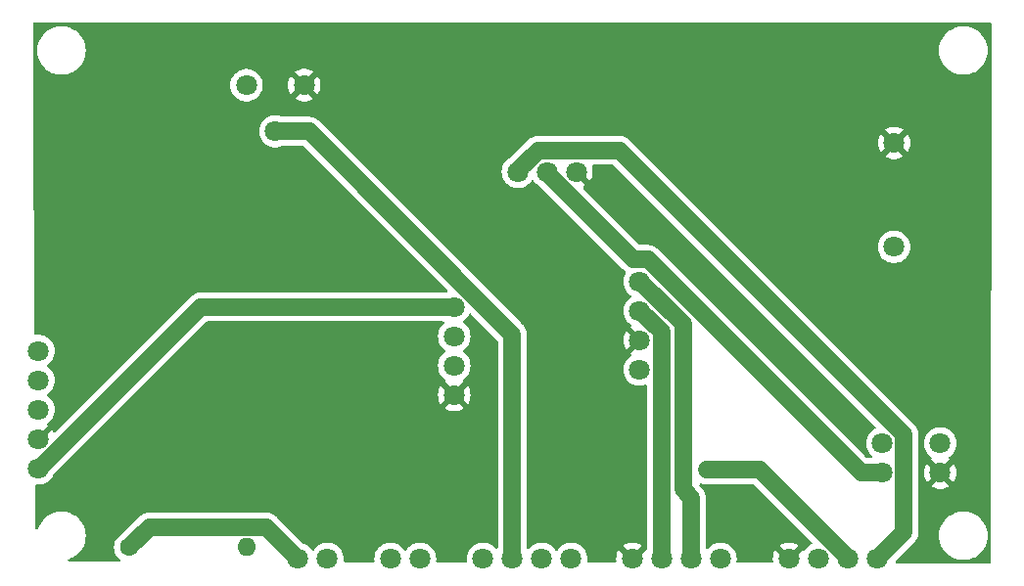
<source format=gbr>
%TF.GenerationSoftware,KiCad,Pcbnew,7.0.11+dfsg-1build4*%
%TF.CreationDate,2024-10-08T05:26:51+02:00*%
%TF.ProjectId,BertheVarioTac-Shema,42657274-6865-4566-9172-696f5461632d,rev?*%
%TF.SameCoordinates,Original*%
%TF.FileFunction,Copper,L2,Bot*%
%TF.FilePolarity,Positive*%
%FSLAX46Y46*%
G04 Gerber Fmt 4.6, Leading zero omitted, Abs format (unit mm)*
G04 Created by KiCad (PCBNEW 7.0.11+dfsg-1build4) date 2024-10-08 05:26:51*
%MOMM*%
%LPD*%
G01*
G04 APERTURE LIST*
%TA.AperFunction,ComponentPad*%
%ADD10C,1.800000*%
%TD*%
%TA.AperFunction,ComponentPad*%
%ADD11C,1.600000*%
%TD*%
%TA.AperFunction,ComponentPad*%
%ADD12O,1.600000X1.600000*%
%TD*%
%TA.AperFunction,ViaPad*%
%ADD13C,0.600000*%
%TD*%
%TA.AperFunction,Conductor*%
%ADD14C,1.500000*%
%TD*%
G04 APERTURE END LIST*
D10*
%TO.P,SW1,1*%
%TO.N,Net-(Lipo-1S-to-5V1-IN_3.7v)*%
X167000000Y-132540000D03*
%TO.P,SW1,2*%
%TO.N,Net-(BT1-+)*%
X167000000Y-130000000D03*
%TD*%
%TO.P,Usb-C-charger1,1,B-*%
%TO.N,GNDREF*%
X168000000Y-104000000D03*
%TO.P,Usb-C-charger1,2,+*%
%TO.N,Net-(BT1-+)*%
X168000000Y-113000000D03*
%TD*%
D11*
%TO.P,R1,1*%
%TO.N,Net-(R1-Pad1)*%
X101840000Y-139000000D03*
D12*
%TO.P,R1,2*%
%TO.N,Net-(P4-Pin_1)*%
X112000000Y-139000000D03*
%TD*%
D10*
%TO.P,CN1,1,Pin_1*%
%TO.N,Net-(BMP180_Press1-VIN)*%
X153000000Y-140000000D03*
%TO.P,CN1,2,Pin_2*%
%TO.N,Net-(BMP180_Press1-SDA)*%
X150460000Y-140000000D03*
%TO.P,CN1,3,Pin_3*%
%TO.N,Net-(BMP180_Press1-SCL)*%
X147920000Y-140000000D03*
%TO.P,CN1,4,Pin_4*%
%TO.N,GNDREF*%
X145380000Y-140000000D03*
%TD*%
%TO.P,S1,1,1*%
%TO.N,Net-(P4-Pin_2)*%
X119000000Y-140000000D03*
%TO.P,S1,2,2*%
%TO.N,Net-(R1-Pad1)*%
X116460000Y-140000000D03*
%TD*%
%TO.P,P4,1,Pin_1*%
%TO.N,Net-(P4-Pin_1)*%
X127000000Y-140000000D03*
%TO.P,P4,2,Pin_2*%
%TO.N,Net-(P4-Pin_2)*%
X124460000Y-140000000D03*
%TD*%
%TO.P,GPS-NEO6M1,1,GND*%
%TO.N,GNDREF*%
X129964000Y-125810000D03*
%TO.P,GPS-NEO6M1,2,TX*%
%TO.N,Net-(GPS-NEO6M1-TX)*%
X129964000Y-123270000D03*
%TO.P,GPS-NEO6M1,3,RX*%
%TO.N,unconnected-(GPS-NEO6M1-RX-Pad3)*%
X129964000Y-120730000D03*
%TO.P,GPS-NEO6M1,4,VCC*%
%TO.N,Net-(BMP180_Press1-VIN)*%
X129964000Y-118190000D03*
%TD*%
%TO.P,Lipo-1S-to-5V1,1,OUT_5V*%
%TO.N,Net-(Lipo-1S-to-5V1-OUT_5V)*%
X135460000Y-106500000D03*
%TO.P,Lipo-1S-to-5V1,2,IN_3.7v*%
%TO.N,Net-(Lipo-1S-to-5V1-IN_3.7v)*%
X138000000Y-106500000D03*
%TO.P,Lipo-1S-to-5V1,3,GND*%
%TO.N,GNDREF*%
X140540000Y-106500000D03*
%TD*%
%TO.P,BT1,1,+*%
%TO.N,Net-(BT1-+)*%
X172000000Y-130000000D03*
%TO.P,BT1,2,-*%
%TO.N,GNDREF*%
X172000000Y-132540000D03*
%TD*%
%TO.P,QMC5883_Mag1,1,VCC*%
%TO.N,Net-(BMP180_Press1-VIN)*%
X94000000Y-132160000D03*
%TO.P,QMC5883_Mag1,2,GND*%
%TO.N,GNDREF*%
X94000000Y-129620000D03*
%TO.P,QMC5883_Mag1,3,SCL*%
%TO.N,Net-(BMP180_Press1-SCL)*%
X94000000Y-127080000D03*
%TO.P,QMC5883_Mag1,4,SDA*%
%TO.N,Net-(BMP180_Press1-SDA)*%
X94000000Y-124540000D03*
%TO.P,QMC5883_Mag1,5*%
%TO.N,N/C*%
X94000000Y-122000000D03*
%TD*%
%TO.P,P1,1,Pin_1*%
%TO.N,Net-(Lipo-1S-to-5V1-OUT_5V)*%
X166540000Y-140000000D03*
%TO.P,P1,2,Pin_2*%
%TO.N,Net-(GPS-NEO6M1-TX)*%
X164000000Y-140000000D03*
%TO.P,P1,3,Pin_3*%
%TO.N,unconnected-(P1-Pin_3-Pad3)*%
X161460000Y-140000000D03*
%TO.P,P1,4,Pin_4*%
%TO.N,GNDREF*%
X158920000Y-140000000D03*
%TD*%
%TO.P,P5,1,1*%
%TO.N,Net-(Lipo-1S-to-5V1-IN_3.7v)*%
X112000000Y-99000000D03*
%TO.P,P5,2,2*%
%TO.N,Net-(P3-Pin_3)*%
X114500000Y-103000000D03*
%TO.P,P5,3,3*%
%TO.N,GNDREF*%
X117000000Y-99000000D03*
%TD*%
%TO.P,BMP180_Press1,1,SDA*%
%TO.N,Net-(BMP180_Press1-SDA)*%
X146000000Y-116000000D03*
%TO.P,BMP180_Press1,2,SCL*%
%TO.N,Net-(BMP180_Press1-SCL)*%
X146000000Y-118540000D03*
%TO.P,BMP180_Press1,3,GND*%
%TO.N,GNDREF*%
X146000000Y-121080000D03*
%TO.P,BMP180_Press1,4,VIN*%
%TO.N,Net-(BMP180_Press1-VIN)*%
X146000000Y-123620000D03*
%TD*%
%TO.P,P3,1,Pin_1*%
%TO.N,unconnected-(P3-Pin_1-Pad1)*%
X140080000Y-140000000D03*
%TO.P,P3,2,Pin_2*%
%TO.N,unconnected-(P3-Pin_2-Pad2)*%
X137540000Y-140000000D03*
%TO.P,P3,3,Pin_3*%
%TO.N,Net-(P3-Pin_3)*%
X135000000Y-140000000D03*
%TO.P,P3,4,Pin_4*%
%TO.N,unconnected-(P3-Pin_4-Pad4)*%
X132460000Y-140000000D03*
%TD*%
D13*
%TO.N,Net-(GPS-NEO6M1-TX)*%
X151800000Y-132305500D03*
%TD*%
D14*
%TO.N,Net-(Lipo-1S-to-5V1-IN_3.7v)*%
X138000000Y-106586900D02*
X138000000Y-106500000D01*
X145496600Y-114083500D02*
X138000000Y-106586900D01*
X146705500Y-114083500D02*
X145496600Y-114083500D01*
X165162000Y-132540000D02*
X146705500Y-114083500D01*
X167000000Y-132540000D02*
X165162000Y-132540000D01*
%TO.N,Net-(BMP180_Press1-SCL)*%
X147920000Y-120370500D02*
X147920000Y-140000000D01*
X146089500Y-118540000D02*
X147920000Y-120370500D01*
X146000000Y-118540000D02*
X146089500Y-118540000D01*
%TO.N,Net-(BMP180_Press1-SDA)*%
X150460000Y-134695500D02*
X150460000Y-140000000D01*
X149770400Y-134005900D02*
X150460000Y-134695500D01*
X149770400Y-119684700D02*
X149770400Y-134005900D01*
X146085700Y-116000000D02*
X149770400Y-119684700D01*
X146000000Y-116000000D02*
X146085700Y-116000000D01*
%TO.N,Net-(BMP180_Press1-VIN)*%
X108060500Y-118190000D02*
X129964000Y-118190000D01*
X94090500Y-132160000D02*
X108060500Y-118190000D01*
X94000000Y-132160000D02*
X94090500Y-132160000D01*
%TO.N,Net-(P3-Pin_3)*%
X135000000Y-120600900D02*
X135000000Y-140000000D01*
X117399100Y-103000000D02*
X135000000Y-120600900D01*
X114500000Y-103000000D02*
X117399100Y-103000000D01*
%TO.N,Net-(GPS-NEO6M1-TX)*%
X156417200Y-132305500D02*
X151800000Y-132305500D01*
X164000000Y-139888300D02*
X156417200Y-132305500D01*
X164000000Y-140000000D02*
X164000000Y-139888300D01*
%TO.N,Net-(Lipo-1S-to-5V1-OUT_5V)*%
X168852500Y-137687500D02*
X166540000Y-140000000D01*
X168852500Y-129231500D02*
X168852500Y-137687500D01*
X144251500Y-104630500D02*
X168852500Y-129231500D01*
X137233200Y-104630500D02*
X144251500Y-104630500D01*
X135460000Y-106403700D02*
X137233200Y-104630500D01*
X135460000Y-106500000D02*
X135460000Y-106403700D01*
%TO.N,Net-(R1-Pad1)*%
X113693200Y-137233200D02*
X116460000Y-140000000D01*
X103606800Y-137233200D02*
X113693200Y-137233200D01*
X101840000Y-139000000D02*
X103606800Y-137233200D01*
%TD*%
%TA.AperFunction,Conductor*%
%TO.N,GNDREF*%
G36*
X176298004Y-93577910D02*
G01*
X176365031Y-93597625D01*
X176410762Y-93650450D01*
X176421944Y-93701997D01*
X176389183Y-140264953D01*
X176369451Y-140331979D01*
X176316615Y-140377697D01*
X176264954Y-140388866D01*
X168233570Y-140374034D01*
X168166567Y-140354225D01*
X168120910Y-140301337D01*
X168111094Y-140232160D01*
X168140236Y-140168658D01*
X168146090Y-140162382D01*
X169682166Y-138626306D01*
X169692516Y-138617057D01*
X169720166Y-138595008D01*
X169763767Y-138545101D01*
X169769457Y-138539016D01*
X169769459Y-138539014D01*
X169776445Y-138532029D01*
X169802624Y-138500669D01*
X169804324Y-138498679D01*
X169868265Y-138425496D01*
X169870506Y-138421743D01*
X169881774Y-138405864D01*
X169884568Y-138402519D01*
X169932529Y-138317991D01*
X169933875Y-138315682D01*
X169951203Y-138286680D01*
X169983715Y-138232264D01*
X169985247Y-138228179D01*
X169993503Y-138210533D01*
X169995653Y-138206745D01*
X170027751Y-138115012D01*
X170028641Y-138112555D01*
X170062807Y-138021524D01*
X170063585Y-138017234D01*
X170068134Y-138000000D01*
X171894592Y-138000000D01*
X171914201Y-138286680D01*
X171914201Y-138286684D01*
X171914202Y-138286686D01*
X171926790Y-138347265D01*
X171972666Y-138568034D01*
X171972667Y-138568037D01*
X172068894Y-138838793D01*
X172068893Y-138838793D01*
X172201098Y-139093935D01*
X172366812Y-139328700D01*
X172441655Y-139408836D01*
X172562947Y-139538708D01*
X172785853Y-139720055D01*
X172981677Y-139839139D01*
X173031382Y-139869365D01*
X173218237Y-139950526D01*
X173294942Y-139983844D01*
X173571642Y-140061371D01*
X173821920Y-140095771D01*
X173856321Y-140100500D01*
X173856322Y-140100500D01*
X174143679Y-140100500D01*
X174175079Y-140096184D01*
X174428358Y-140061371D01*
X174705058Y-139983844D01*
X174818015Y-139934779D01*
X174968617Y-139869365D01*
X174968620Y-139869363D01*
X174968625Y-139869361D01*
X175214147Y-139720055D01*
X175437053Y-139538708D01*
X175633189Y-139328698D01*
X175798901Y-139093936D01*
X175931104Y-138838797D01*
X176027334Y-138568032D01*
X176085798Y-138286686D01*
X176105408Y-138000000D01*
X176085798Y-137713314D01*
X176027334Y-137431968D01*
X175931105Y-137161206D01*
X175931106Y-137161206D01*
X175798901Y-136906064D01*
X175633187Y-136671299D01*
X175554554Y-136587105D01*
X175437053Y-136461292D01*
X175220487Y-136285103D01*
X175214146Y-136279944D01*
X174968617Y-136130634D01*
X174705063Y-136016158D01*
X174705061Y-136016157D01*
X174705058Y-136016156D01*
X174568737Y-135977961D01*
X174428364Y-135938630D01*
X174428359Y-135938629D01*
X174428358Y-135938629D01*
X174286018Y-135919064D01*
X174143679Y-135899500D01*
X174143678Y-135899500D01*
X173856322Y-135899500D01*
X173856321Y-135899500D01*
X173571642Y-135938629D01*
X173571635Y-135938630D01*
X173377220Y-135993103D01*
X173294942Y-136016156D01*
X173294939Y-136016156D01*
X173294936Y-136016158D01*
X173294935Y-136016158D01*
X173031382Y-136130634D01*
X172785853Y-136279944D01*
X172562950Y-136461289D01*
X172366812Y-136671299D01*
X172201098Y-136906064D01*
X172068894Y-137161206D01*
X171972667Y-137431962D01*
X171972666Y-137431965D01*
X171914201Y-137713319D01*
X171894592Y-138000000D01*
X170068134Y-138000000D01*
X170068555Y-137998404D01*
X170069998Y-137994282D01*
X170069999Y-137994277D01*
X170085196Y-137898325D01*
X170085654Y-137895624D01*
X170103000Y-137800047D01*
X170103000Y-137795669D01*
X170104527Y-137776270D01*
X170105210Y-137771960D01*
X170103031Y-137674859D01*
X170103000Y-137672077D01*
X170103000Y-130000006D01*
X170594700Y-130000006D01*
X170613864Y-130231297D01*
X170613866Y-130231308D01*
X170670842Y-130456300D01*
X170764075Y-130668848D01*
X170891016Y-130863147D01*
X170891019Y-130863151D01*
X170891021Y-130863153D01*
X171048216Y-131033913D01*
X171226225Y-131172462D01*
X171267038Y-131229173D01*
X171270713Y-131298946D01*
X171236082Y-131359629D01*
X171226225Y-131368170D01*
X171201201Y-131387646D01*
X171201200Y-131387647D01*
X171955600Y-132142046D01*
X171874852Y-132154835D01*
X171761955Y-132212359D01*
X171672359Y-132301955D01*
X171614835Y-132414852D01*
X171602046Y-132495600D01*
X170848811Y-131742365D01*
X170764516Y-131871390D01*
X170671317Y-132083864D01*
X170614361Y-132308781D01*
X170595202Y-132539994D01*
X170595202Y-132540005D01*
X170614361Y-132771218D01*
X170671317Y-132996135D01*
X170764515Y-133208606D01*
X170848812Y-133337633D01*
X171602046Y-132584399D01*
X171614835Y-132665148D01*
X171672359Y-132778045D01*
X171761955Y-132867641D01*
X171874852Y-132925165D01*
X171955599Y-132937953D01*
X171201201Y-133692351D01*
X171231649Y-133716050D01*
X171435697Y-133826476D01*
X171435706Y-133826479D01*
X171655139Y-133901811D01*
X171883993Y-133940000D01*
X172116007Y-133940000D01*
X172344860Y-133901811D01*
X172564293Y-133826479D01*
X172564301Y-133826476D01*
X172768355Y-133716047D01*
X172798797Y-133692351D01*
X172798798Y-133692350D01*
X172044401Y-132937953D01*
X172125148Y-132925165D01*
X172238045Y-132867641D01*
X172327641Y-132778045D01*
X172385165Y-132665148D01*
X172397953Y-132584400D01*
X173151186Y-133337633D01*
X173235482Y-133208611D01*
X173328682Y-132996135D01*
X173385638Y-132771218D01*
X173404798Y-132540005D01*
X173404798Y-132539994D01*
X173385638Y-132308781D01*
X173328682Y-132083864D01*
X173235484Y-131871393D01*
X173151186Y-131742365D01*
X172397953Y-132495598D01*
X172385165Y-132414852D01*
X172327641Y-132301955D01*
X172238045Y-132212359D01*
X172125148Y-132154835D01*
X172044400Y-132142046D01*
X172798797Y-131387647D01*
X172798797Y-131387646D01*
X172773773Y-131368169D01*
X172732961Y-131311459D01*
X172729286Y-131241686D01*
X172763918Y-131181003D01*
X172773760Y-131172473D01*
X172951784Y-131033913D01*
X173108979Y-130863153D01*
X173235924Y-130668849D01*
X173329157Y-130456300D01*
X173386134Y-130231305D01*
X173403643Y-130020000D01*
X173405300Y-130000006D01*
X173405300Y-129999993D01*
X173386135Y-129768702D01*
X173386133Y-129768691D01*
X173329157Y-129543699D01*
X173235924Y-129331151D01*
X173108983Y-129136852D01*
X173108980Y-129136849D01*
X173108979Y-129136847D01*
X172951784Y-128966087D01*
X172951779Y-128966083D01*
X172951777Y-128966081D01*
X172768634Y-128823535D01*
X172768628Y-128823531D01*
X172564504Y-128713064D01*
X172564495Y-128713061D01*
X172344984Y-128637702D01*
X172120597Y-128600259D01*
X172116049Y-128599500D01*
X171883951Y-128599500D01*
X171879403Y-128600259D01*
X171655015Y-128637702D01*
X171435504Y-128713061D01*
X171435495Y-128713064D01*
X171231371Y-128823531D01*
X171231365Y-128823535D01*
X171048222Y-128966081D01*
X171048219Y-128966084D01*
X170891016Y-129136852D01*
X170764075Y-129331151D01*
X170670842Y-129543699D01*
X170613866Y-129768691D01*
X170613864Y-129768702D01*
X170594700Y-129999993D01*
X170594700Y-130000006D01*
X170103000Y-130000006D01*
X170103000Y-129308685D01*
X170103780Y-129294800D01*
X170104055Y-129292359D01*
X170107738Y-129259673D01*
X170106063Y-129234835D01*
X170103281Y-129193567D01*
X170103000Y-129185225D01*
X170103000Y-129175352D01*
X170103000Y-129175345D01*
X170099338Y-129134672D01*
X170099130Y-129132016D01*
X170094054Y-129056717D01*
X170092597Y-129035093D01*
X170091528Y-129030851D01*
X170088268Y-129011669D01*
X170087877Y-129007312D01*
X170062027Y-128913650D01*
X170061331Y-128911014D01*
X170037596Y-128816817D01*
X170035789Y-128812839D01*
X170029153Y-128794534D01*
X170027992Y-128790328D01*
X169985851Y-128702820D01*
X169984672Y-128700300D01*
X169973824Y-128676417D01*
X169944507Y-128611874D01*
X169942017Y-128608280D01*
X169932225Y-128591464D01*
X169930330Y-128587529D01*
X169930327Y-128587524D01*
X169873240Y-128508950D01*
X169871662Y-128506728D01*
X169816320Y-128426846D01*
X169813229Y-128423755D01*
X169800593Y-128408961D01*
X169798021Y-128405421D01*
X169798018Y-128405418D01*
X169727799Y-128338281D01*
X169725810Y-128336336D01*
X154389480Y-113000006D01*
X166594700Y-113000006D01*
X166613864Y-113231297D01*
X166613866Y-113231308D01*
X166670842Y-113456300D01*
X166764075Y-113668848D01*
X166891016Y-113863147D01*
X166891019Y-113863151D01*
X166891021Y-113863153D01*
X167048216Y-114033913D01*
X167048219Y-114033915D01*
X167048222Y-114033918D01*
X167231365Y-114176464D01*
X167231371Y-114176468D01*
X167231374Y-114176470D01*
X167435497Y-114286936D01*
X167549487Y-114326068D01*
X167655015Y-114362297D01*
X167655017Y-114362297D01*
X167655019Y-114362298D01*
X167883951Y-114400500D01*
X167883952Y-114400500D01*
X168116048Y-114400500D01*
X168116049Y-114400500D01*
X168344981Y-114362298D01*
X168564503Y-114286936D01*
X168768626Y-114176470D01*
X168951784Y-114033913D01*
X169108979Y-113863153D01*
X169235924Y-113668849D01*
X169329157Y-113456300D01*
X169386134Y-113231305D01*
X169392079Y-113159558D01*
X169405300Y-113000006D01*
X169405300Y-112999993D01*
X169386135Y-112768702D01*
X169386133Y-112768691D01*
X169329157Y-112543699D01*
X169235924Y-112331151D01*
X169108983Y-112136852D01*
X169108980Y-112136849D01*
X169108979Y-112136847D01*
X168951784Y-111966087D01*
X168951779Y-111966083D01*
X168951777Y-111966081D01*
X168768634Y-111823535D01*
X168768628Y-111823531D01*
X168564504Y-111713064D01*
X168564495Y-111713061D01*
X168344984Y-111637702D01*
X168173282Y-111609050D01*
X168116049Y-111599500D01*
X167883951Y-111599500D01*
X167838164Y-111607140D01*
X167655015Y-111637702D01*
X167435504Y-111713061D01*
X167435495Y-111713064D01*
X167231371Y-111823531D01*
X167231365Y-111823535D01*
X167048222Y-111966081D01*
X167048219Y-111966084D01*
X166891016Y-112136852D01*
X166764075Y-112331151D01*
X166670842Y-112543699D01*
X166613866Y-112768691D01*
X166613864Y-112768702D01*
X166594700Y-112999993D01*
X166594700Y-113000006D01*
X154389480Y-113000006D01*
X145389479Y-104000005D01*
X166595202Y-104000005D01*
X166614361Y-104231218D01*
X166671317Y-104456135D01*
X166764515Y-104668606D01*
X166848812Y-104797633D01*
X167602046Y-104044399D01*
X167614835Y-104125148D01*
X167672359Y-104238045D01*
X167761955Y-104327641D01*
X167874852Y-104385165D01*
X167955599Y-104397953D01*
X167201201Y-105152351D01*
X167231649Y-105176050D01*
X167435697Y-105286476D01*
X167435706Y-105286479D01*
X167655139Y-105361811D01*
X167883993Y-105400000D01*
X168116007Y-105400000D01*
X168344860Y-105361811D01*
X168564293Y-105286479D01*
X168564301Y-105286476D01*
X168768355Y-105176047D01*
X168798797Y-105152351D01*
X168798798Y-105152350D01*
X168044401Y-104397953D01*
X168125148Y-104385165D01*
X168238045Y-104327641D01*
X168327641Y-104238045D01*
X168385165Y-104125148D01*
X168397953Y-104044400D01*
X169151186Y-104797633D01*
X169235482Y-104668611D01*
X169328682Y-104456135D01*
X169385638Y-104231218D01*
X169404798Y-104000005D01*
X169404798Y-103999994D01*
X169385638Y-103768781D01*
X169328682Y-103543864D01*
X169235484Y-103331393D01*
X169151186Y-103202365D01*
X168397953Y-103955598D01*
X168385165Y-103874852D01*
X168327641Y-103761955D01*
X168238045Y-103672359D01*
X168125148Y-103614835D01*
X168044400Y-103602046D01*
X168798797Y-102847647D01*
X168798797Y-102847645D01*
X168768360Y-102823955D01*
X168768354Y-102823951D01*
X168564302Y-102713523D01*
X168564293Y-102713520D01*
X168344860Y-102638188D01*
X168116007Y-102600000D01*
X167883993Y-102600000D01*
X167655139Y-102638188D01*
X167435706Y-102713520D01*
X167435697Y-102713523D01*
X167231650Y-102823949D01*
X167201200Y-102847647D01*
X167955600Y-103602046D01*
X167874852Y-103614835D01*
X167761955Y-103672359D01*
X167672359Y-103761955D01*
X167614835Y-103874852D01*
X167602046Y-103955600D01*
X166848811Y-103202365D01*
X166764516Y-103331390D01*
X166671317Y-103543864D01*
X166614361Y-103768781D01*
X166595202Y-103999994D01*
X166595202Y-104000005D01*
X145389479Y-104000005D01*
X145190316Y-103800842D01*
X145181049Y-103790473D01*
X145159008Y-103762834D01*
X145158002Y-103761955D01*
X145109103Y-103719232D01*
X145103007Y-103713533D01*
X145096032Y-103706558D01*
X145096021Y-103706548D01*
X145064755Y-103680445D01*
X145062639Y-103678638D01*
X144989503Y-103614740D01*
X144989497Y-103614736D01*
X144989496Y-103614735D01*
X144985741Y-103612491D01*
X144969873Y-103601232D01*
X144966519Y-103598432D01*
X144966518Y-103598431D01*
X144966513Y-103598427D01*
X144882048Y-103550501D01*
X144879644Y-103549101D01*
X144796263Y-103499284D01*
X144792169Y-103497748D01*
X144774544Y-103489502D01*
X144770745Y-103487346D01*
X144679069Y-103455267D01*
X144676453Y-103454319D01*
X144585529Y-103420194D01*
X144585519Y-103420191D01*
X144581223Y-103419412D01*
X144562418Y-103414449D01*
X144558284Y-103413002D01*
X144558277Y-103413001D01*
X144462348Y-103397807D01*
X144459605Y-103397341D01*
X144364050Y-103380000D01*
X144364047Y-103380000D01*
X144359672Y-103380000D01*
X144340269Y-103378472D01*
X144335960Y-103377789D01*
X144238859Y-103379969D01*
X144236077Y-103380000D01*
X137310376Y-103380000D01*
X137296493Y-103379220D01*
X137286759Y-103378123D01*
X137261375Y-103375263D01*
X137261368Y-103375262D01*
X137198552Y-103379498D01*
X137195276Y-103379719D01*
X137186936Y-103380000D01*
X137177037Y-103380000D01*
X137136438Y-103383653D01*
X137133670Y-103383871D01*
X137036789Y-103390403D01*
X137032548Y-103391472D01*
X137013375Y-103394730D01*
X137009012Y-103395122D01*
X137009010Y-103395123D01*
X136915352Y-103420970D01*
X136912665Y-103421679D01*
X136818513Y-103445404D01*
X136818512Y-103445404D01*
X136814519Y-103447218D01*
X136796259Y-103453838D01*
X136792050Y-103455000D01*
X136792022Y-103455010D01*
X136704523Y-103497146D01*
X136702007Y-103498324D01*
X136613569Y-103538495D01*
X136613566Y-103538497D01*
X136609972Y-103540987D01*
X136593178Y-103550767D01*
X136589233Y-103552667D01*
X136589223Y-103552672D01*
X136510633Y-103609770D01*
X136508368Y-103611377D01*
X136428544Y-103666681D01*
X136425439Y-103669786D01*
X136410665Y-103682403D01*
X136407128Y-103684973D01*
X136407121Y-103684978D01*
X136340004Y-103755177D01*
X136338059Y-103757165D01*
X134879209Y-105216015D01*
X134850546Y-105237388D01*
X134691380Y-105323525D01*
X134691365Y-105323535D01*
X134508222Y-105466081D01*
X134508219Y-105466084D01*
X134351016Y-105636852D01*
X134224075Y-105831151D01*
X134130842Y-106043699D01*
X134073866Y-106268691D01*
X134073864Y-106268702D01*
X134054700Y-106499993D01*
X134054700Y-106500006D01*
X134073864Y-106731297D01*
X134073866Y-106731308D01*
X134130842Y-106956300D01*
X134224075Y-107168848D01*
X134351016Y-107363147D01*
X134351019Y-107363151D01*
X134351021Y-107363153D01*
X134508216Y-107533913D01*
X134508219Y-107533915D01*
X134508222Y-107533918D01*
X134691365Y-107676464D01*
X134691371Y-107676468D01*
X134691374Y-107676470D01*
X134895497Y-107786936D01*
X135009487Y-107826068D01*
X135115015Y-107862297D01*
X135115017Y-107862297D01*
X135115019Y-107862298D01*
X135343951Y-107900500D01*
X135343952Y-107900500D01*
X135576048Y-107900500D01*
X135576049Y-107900500D01*
X135804981Y-107862298D01*
X136024503Y-107786936D01*
X136228626Y-107676470D01*
X136411784Y-107533913D01*
X136568979Y-107363153D01*
X136626191Y-107275582D01*
X136679337Y-107230226D01*
X136748568Y-107220802D01*
X136811904Y-107250304D01*
X136833809Y-107275583D01*
X136891016Y-107363147D01*
X136891019Y-107363151D01*
X136891021Y-107363153D01*
X137048216Y-107533913D01*
X137048219Y-107533915D01*
X137048222Y-107533918D01*
X137231365Y-107676464D01*
X137231372Y-107676468D01*
X137231374Y-107676470D01*
X137411032Y-107773696D01*
X137439695Y-107795069D01*
X144557782Y-114913156D01*
X144567048Y-114923524D01*
X144589092Y-114951166D01*
X144638995Y-114994766D01*
X144645091Y-115000465D01*
X144652066Y-115007440D01*
X144652077Y-115007450D01*
X144683339Y-115033550D01*
X144685454Y-115035356D01*
X144758604Y-115099265D01*
X144760693Y-115100513D01*
X144761455Y-115101337D01*
X144763111Y-115102540D01*
X144762872Y-115102868D01*
X144808147Y-115151796D01*
X144820342Y-115220593D01*
X144800903Y-115274782D01*
X144764075Y-115331151D01*
X144670842Y-115543699D01*
X144613866Y-115768691D01*
X144613864Y-115768702D01*
X144594700Y-115999993D01*
X144594700Y-116000006D01*
X144613864Y-116231297D01*
X144613866Y-116231308D01*
X144670842Y-116456300D01*
X144764075Y-116668848D01*
X144891016Y-116863147D01*
X144891019Y-116863151D01*
X144891021Y-116863153D01*
X145048216Y-117033913D01*
X145048219Y-117033915D01*
X145048222Y-117033918D01*
X145225818Y-117172147D01*
X145266631Y-117228857D01*
X145270306Y-117298630D01*
X145235674Y-117359313D01*
X145225818Y-117367853D01*
X145048222Y-117506081D01*
X145048219Y-117506084D01*
X144891016Y-117676852D01*
X144764075Y-117871151D01*
X144670842Y-118083699D01*
X144613866Y-118308691D01*
X144613864Y-118308702D01*
X144594700Y-118539993D01*
X144594700Y-118540006D01*
X144613864Y-118771297D01*
X144613866Y-118771308D01*
X144670842Y-118996300D01*
X144764075Y-119208848D01*
X144891016Y-119403147D01*
X144891019Y-119403151D01*
X144891021Y-119403153D01*
X145048216Y-119573913D01*
X145205185Y-119696086D01*
X145226225Y-119712462D01*
X145267038Y-119769173D01*
X145270713Y-119838946D01*
X145236082Y-119899629D01*
X145226225Y-119908170D01*
X145201201Y-119927646D01*
X145201200Y-119927647D01*
X145955599Y-120682046D01*
X145874852Y-120694835D01*
X145761955Y-120752359D01*
X145672359Y-120841955D01*
X145614835Y-120954852D01*
X145602046Y-121035600D01*
X144848811Y-120282365D01*
X144764516Y-120411390D01*
X144671317Y-120623864D01*
X144614361Y-120848781D01*
X144595202Y-121079994D01*
X144595202Y-121080005D01*
X144614361Y-121311218D01*
X144671317Y-121536135D01*
X144764515Y-121748606D01*
X144848812Y-121877633D01*
X145602046Y-121124399D01*
X145614835Y-121205148D01*
X145672359Y-121318045D01*
X145761955Y-121407641D01*
X145874852Y-121465165D01*
X145955598Y-121477953D01*
X145201201Y-122232351D01*
X145226226Y-122251829D01*
X145267038Y-122308539D01*
X145270713Y-122378312D01*
X145236081Y-122438995D01*
X145226226Y-122447535D01*
X145048218Y-122586085D01*
X144891016Y-122756852D01*
X144764075Y-122951151D01*
X144670842Y-123163699D01*
X144613866Y-123388691D01*
X144613864Y-123388702D01*
X144594700Y-123619993D01*
X144594700Y-123620006D01*
X144613864Y-123851297D01*
X144613866Y-123851308D01*
X144670842Y-124076300D01*
X144764075Y-124288848D01*
X144891016Y-124483147D01*
X144891019Y-124483151D01*
X144891021Y-124483153D01*
X145048216Y-124653913D01*
X145048219Y-124653915D01*
X145048222Y-124653918D01*
X145231365Y-124796464D01*
X145231371Y-124796468D01*
X145231374Y-124796470D01*
X145435497Y-124906936D01*
X145494763Y-124927282D01*
X145655015Y-124982297D01*
X145655017Y-124982297D01*
X145655019Y-124982298D01*
X145883951Y-125020500D01*
X145883952Y-125020500D01*
X146116048Y-125020500D01*
X146116049Y-125020500D01*
X146344981Y-124982298D01*
X146505237Y-124927281D01*
X146575035Y-124924132D01*
X146635457Y-124959218D01*
X146667317Y-125021400D01*
X146669500Y-125044563D01*
X146669500Y-139079185D01*
X146649815Y-139146224D01*
X146597011Y-139191979D01*
X146532709Y-139202524D01*
X146531185Y-139202366D01*
X145777953Y-139955598D01*
X145765165Y-139874852D01*
X145707641Y-139761955D01*
X145618045Y-139672359D01*
X145505148Y-139614835D01*
X145424400Y-139602046D01*
X146178797Y-138847647D01*
X146178797Y-138847645D01*
X146148360Y-138823955D01*
X146148354Y-138823951D01*
X145944302Y-138713523D01*
X145944293Y-138713520D01*
X145724860Y-138638188D01*
X145496007Y-138600000D01*
X145263993Y-138600000D01*
X145035139Y-138638188D01*
X144815706Y-138713520D01*
X144815697Y-138713523D01*
X144611650Y-138823949D01*
X144581200Y-138847647D01*
X145335600Y-139602046D01*
X145254852Y-139614835D01*
X145141955Y-139672359D01*
X145052359Y-139761955D01*
X144994835Y-139874852D01*
X144982046Y-139955600D01*
X144228811Y-139202365D01*
X144144516Y-139331390D01*
X144051317Y-139543864D01*
X143994361Y-139768781D01*
X143975202Y-139999994D01*
X143975202Y-140000005D01*
X143991343Y-140194797D01*
X143977262Y-140263233D01*
X143928417Y-140313192D01*
X143867538Y-140329037D01*
X141592854Y-140324836D01*
X141525851Y-140305027D01*
X141480194Y-140252139D01*
X141469507Y-140190596D01*
X141485300Y-140000005D01*
X141485300Y-139999993D01*
X141466135Y-139768702D01*
X141466133Y-139768691D01*
X141409157Y-139543699D01*
X141315924Y-139331151D01*
X141188983Y-139136852D01*
X141188980Y-139136849D01*
X141188979Y-139136847D01*
X141031784Y-138966087D01*
X141031779Y-138966083D01*
X141031777Y-138966081D01*
X140848634Y-138823535D01*
X140848628Y-138823531D01*
X140644504Y-138713064D01*
X140644495Y-138713061D01*
X140424984Y-138637702D01*
X140253282Y-138609050D01*
X140196049Y-138599500D01*
X139963951Y-138599500D01*
X139918164Y-138607140D01*
X139735015Y-138637702D01*
X139515504Y-138713061D01*
X139515495Y-138713064D01*
X139311371Y-138823531D01*
X139311365Y-138823535D01*
X139128222Y-138966081D01*
X139128219Y-138966084D01*
X139128216Y-138966086D01*
X139128216Y-138966087D01*
X139096999Y-138999998D01*
X138971016Y-139136852D01*
X138913809Y-139224416D01*
X138860662Y-139269773D01*
X138791431Y-139279197D01*
X138728095Y-139249695D01*
X138706191Y-139224416D01*
X138648983Y-139136852D01*
X138648980Y-139136849D01*
X138648979Y-139136847D01*
X138491784Y-138966087D01*
X138491779Y-138966083D01*
X138491777Y-138966081D01*
X138308634Y-138823535D01*
X138308628Y-138823531D01*
X138104504Y-138713064D01*
X138104495Y-138713061D01*
X137884984Y-138637702D01*
X137713282Y-138609050D01*
X137656049Y-138599500D01*
X137423951Y-138599500D01*
X137378164Y-138607140D01*
X137195015Y-138637702D01*
X136975504Y-138713061D01*
X136975495Y-138713064D01*
X136771371Y-138823531D01*
X136771365Y-138823535D01*
X136588222Y-138966081D01*
X136588219Y-138966084D01*
X136588216Y-138966086D01*
X136588216Y-138966087D01*
X136481328Y-139082199D01*
X136465730Y-139099143D01*
X136405843Y-139135133D01*
X136336005Y-139133033D01*
X136278389Y-139093509D01*
X136251287Y-139029110D01*
X136250500Y-139015160D01*
X136250500Y-120678075D01*
X136251280Y-120664190D01*
X136255237Y-120629072D01*
X136253243Y-120599500D01*
X136250781Y-120562975D01*
X136250500Y-120554634D01*
X136250500Y-120544750D01*
X136250500Y-120544745D01*
X136246843Y-120504115D01*
X136246626Y-120501352D01*
X136245836Y-120489637D01*
X136240096Y-120404487D01*
X136239027Y-120400247D01*
X136235768Y-120381058D01*
X136235588Y-120379055D01*
X136235377Y-120376712D01*
X136209532Y-120283068D01*
X136208840Y-120280448D01*
X136185096Y-120186216D01*
X136183290Y-120182240D01*
X136176654Y-120163939D01*
X136175493Y-120159730D01*
X136133340Y-120072199D01*
X136132189Y-120069739D01*
X136092007Y-119981274D01*
X136089516Y-119977680D01*
X136079726Y-119960867D01*
X136077829Y-119956927D01*
X136020736Y-119878345D01*
X136019158Y-119876123D01*
X135963819Y-119796245D01*
X135960729Y-119793155D01*
X135948093Y-119778361D01*
X135945521Y-119774821D01*
X135945518Y-119774818D01*
X135875299Y-119707681D01*
X135873310Y-119705736D01*
X118337916Y-102170342D01*
X118328649Y-102159973D01*
X118306606Y-102132332D01*
X118256703Y-102088732D01*
X118250607Y-102083033D01*
X118243632Y-102076058D01*
X118243621Y-102076048D01*
X118212355Y-102049945D01*
X118210239Y-102048138D01*
X118137103Y-101984240D01*
X118137097Y-101984236D01*
X118137096Y-101984235D01*
X118133341Y-101981991D01*
X118117473Y-101970732D01*
X118114119Y-101967932D01*
X118114118Y-101967931D01*
X118114113Y-101967927D01*
X118029648Y-101920001D01*
X118027244Y-101918601D01*
X117943863Y-101868784D01*
X117939769Y-101867248D01*
X117922144Y-101859002D01*
X117918345Y-101856846D01*
X117826669Y-101824767D01*
X117824053Y-101823819D01*
X117733129Y-101789694D01*
X117733119Y-101789691D01*
X117728823Y-101788912D01*
X117710018Y-101783949D01*
X117705884Y-101782502D01*
X117705877Y-101782501D01*
X117609948Y-101767307D01*
X117607205Y-101766841D01*
X117511650Y-101749500D01*
X117511647Y-101749500D01*
X117507272Y-101749500D01*
X117487869Y-101747972D01*
X117483560Y-101747289D01*
X117386459Y-101749469D01*
X117383677Y-101749500D01*
X115163232Y-101749500D01*
X115104214Y-101734554D01*
X115064513Y-101713069D01*
X115064507Y-101713066D01*
X115064503Y-101713064D01*
X115064500Y-101713063D01*
X115064498Y-101713062D01*
X114844984Y-101637702D01*
X114673282Y-101609050D01*
X114616049Y-101599500D01*
X114383951Y-101599500D01*
X114338164Y-101607140D01*
X114155015Y-101637702D01*
X113935504Y-101713061D01*
X113935495Y-101713064D01*
X113731371Y-101823531D01*
X113731365Y-101823535D01*
X113548222Y-101966081D01*
X113548219Y-101966084D01*
X113391016Y-102136852D01*
X113264075Y-102331151D01*
X113170842Y-102543699D01*
X113113866Y-102768691D01*
X113113864Y-102768702D01*
X113094700Y-102999993D01*
X113094700Y-103000006D01*
X113113864Y-103231297D01*
X113113866Y-103231308D01*
X113170842Y-103456300D01*
X113264075Y-103668848D01*
X113391016Y-103863147D01*
X113391019Y-103863151D01*
X113391021Y-103863153D01*
X113548216Y-104033913D01*
X113548219Y-104033915D01*
X113548222Y-104033918D01*
X113731365Y-104176464D01*
X113731371Y-104176468D01*
X113731374Y-104176470D01*
X113935497Y-104286936D01*
X114049487Y-104326068D01*
X114155015Y-104362297D01*
X114155017Y-104362297D01*
X114155019Y-104362298D01*
X114383951Y-104400500D01*
X114383952Y-104400500D01*
X114616048Y-104400500D01*
X114616049Y-104400500D01*
X114844981Y-104362298D01*
X115064503Y-104286936D01*
X115086696Y-104274925D01*
X115104214Y-104265446D01*
X115163232Y-104250500D01*
X116829764Y-104250500D01*
X116896803Y-104270185D01*
X116917445Y-104286819D01*
X129358445Y-116727819D01*
X129391930Y-116789142D01*
X129386946Y-116858834D01*
X129345074Y-116914767D01*
X129279610Y-116939184D01*
X129270764Y-116939500D01*
X108137676Y-116939500D01*
X108123793Y-116938720D01*
X108114059Y-116937623D01*
X108088675Y-116934763D01*
X108088668Y-116934762D01*
X108025852Y-116938998D01*
X108022576Y-116939219D01*
X108014236Y-116939500D01*
X108004337Y-116939500D01*
X107963738Y-116943153D01*
X107960970Y-116943371D01*
X107864089Y-116949903D01*
X107859848Y-116950972D01*
X107840675Y-116954230D01*
X107836312Y-116954622D01*
X107836310Y-116954623D01*
X107742652Y-116980470D01*
X107739965Y-116981179D01*
X107645813Y-117004904D01*
X107645812Y-117004904D01*
X107641819Y-117006718D01*
X107623559Y-117013338D01*
X107619350Y-117014500D01*
X107619322Y-117014510D01*
X107531823Y-117056646D01*
X107529307Y-117057824D01*
X107440869Y-117097995D01*
X107440866Y-117097997D01*
X107437272Y-117100487D01*
X107420478Y-117110267D01*
X107416533Y-117112167D01*
X107416523Y-117112172D01*
X107337933Y-117169270D01*
X107335668Y-117170877D01*
X107255844Y-117226181D01*
X107252739Y-117229286D01*
X107237965Y-117241903D01*
X107234428Y-117244473D01*
X107234421Y-117244478D01*
X107167304Y-117314677D01*
X107165359Y-117316665D01*
X95453807Y-129028216D01*
X95392484Y-129061701D01*
X95322792Y-129056717D01*
X95266859Y-129014845D01*
X95252570Y-128990344D01*
X95235485Y-128951395D01*
X95151186Y-128822365D01*
X94397953Y-129575597D01*
X94385165Y-129494852D01*
X94327641Y-129381955D01*
X94238045Y-129292359D01*
X94125148Y-129234835D01*
X94044398Y-129222045D01*
X94798797Y-128467647D01*
X94798797Y-128467646D01*
X94773773Y-128448169D01*
X94732961Y-128391459D01*
X94729286Y-128321686D01*
X94763918Y-128261003D01*
X94773760Y-128252473D01*
X94951784Y-128113913D01*
X95108979Y-127943153D01*
X95235924Y-127748849D01*
X95329157Y-127536300D01*
X95386134Y-127311305D01*
X95386135Y-127311297D01*
X95405300Y-127080006D01*
X95405300Y-127079993D01*
X95386135Y-126848702D01*
X95386133Y-126848691D01*
X95329157Y-126623699D01*
X95235924Y-126411151D01*
X95108983Y-126216852D01*
X95108980Y-126216849D01*
X95108979Y-126216847D01*
X94951784Y-126046087D01*
X94774180Y-125907853D01*
X94733368Y-125851143D01*
X94729693Y-125781370D01*
X94764324Y-125720687D01*
X94774181Y-125712146D01*
X94951784Y-125573913D01*
X95108979Y-125403153D01*
X95235924Y-125208849D01*
X95329157Y-124996300D01*
X95386134Y-124771305D01*
X95395861Y-124653915D01*
X95405300Y-124540006D01*
X95405300Y-124539993D01*
X95386135Y-124308702D01*
X95386133Y-124308691D01*
X95329157Y-124083699D01*
X95235924Y-123871151D01*
X95108983Y-123676852D01*
X95108980Y-123676849D01*
X95108979Y-123676847D01*
X94951784Y-123506087D01*
X94774180Y-123367853D01*
X94733368Y-123311143D01*
X94729693Y-123241370D01*
X94764324Y-123180687D01*
X94774181Y-123172146D01*
X94951784Y-123033913D01*
X95108979Y-122863153D01*
X95235924Y-122668849D01*
X95329157Y-122456300D01*
X95386134Y-122231305D01*
X95386135Y-122231297D01*
X95405300Y-122000006D01*
X95405300Y-121999993D01*
X95386135Y-121768702D01*
X95386133Y-121768691D01*
X95329157Y-121543699D01*
X95235924Y-121331151D01*
X95108983Y-121136852D01*
X95108980Y-121136849D01*
X95108979Y-121136847D01*
X94951784Y-120966087D01*
X94951779Y-120966083D01*
X94951777Y-120966081D01*
X94768634Y-120823535D01*
X94768628Y-120823531D01*
X94564504Y-120713064D01*
X94564495Y-120713061D01*
X94344984Y-120637702D01*
X94173282Y-120609050D01*
X94116049Y-120599500D01*
X93883951Y-120599500D01*
X93813313Y-120611287D01*
X93743948Y-120602905D01*
X93690126Y-120558352D01*
X93668936Y-120491773D01*
X93668905Y-120489637D01*
X93565974Y-99000006D01*
X110594700Y-99000006D01*
X110613864Y-99231297D01*
X110613866Y-99231308D01*
X110670842Y-99456300D01*
X110764075Y-99668848D01*
X110891016Y-99863147D01*
X110891019Y-99863151D01*
X110891021Y-99863153D01*
X111048216Y-100033913D01*
X111048219Y-100033915D01*
X111048222Y-100033918D01*
X111231365Y-100176464D01*
X111231371Y-100176468D01*
X111231374Y-100176470D01*
X111398860Y-100267109D01*
X111434652Y-100286479D01*
X111435497Y-100286936D01*
X111549487Y-100326068D01*
X111655015Y-100362297D01*
X111655017Y-100362297D01*
X111655019Y-100362298D01*
X111883951Y-100400500D01*
X111883952Y-100400500D01*
X112116048Y-100400500D01*
X112116049Y-100400500D01*
X112344981Y-100362298D01*
X112564503Y-100286936D01*
X112768626Y-100176470D01*
X112769170Y-100176047D01*
X112830129Y-100128600D01*
X112951784Y-100033913D01*
X113108979Y-99863153D01*
X113235924Y-99668849D01*
X113329157Y-99456300D01*
X113386134Y-99231305D01*
X113386135Y-99231297D01*
X113405300Y-99000006D01*
X113405300Y-99000005D01*
X115595202Y-99000005D01*
X115614361Y-99231218D01*
X115671317Y-99456135D01*
X115764515Y-99668606D01*
X115848812Y-99797633D01*
X116602046Y-99044399D01*
X116614835Y-99125148D01*
X116672359Y-99238045D01*
X116761955Y-99327641D01*
X116874852Y-99385165D01*
X116955599Y-99397953D01*
X116201201Y-100152351D01*
X116231649Y-100176050D01*
X116435697Y-100286476D01*
X116435706Y-100286479D01*
X116655139Y-100361811D01*
X116883993Y-100400000D01*
X117116007Y-100400000D01*
X117344860Y-100361811D01*
X117564293Y-100286479D01*
X117564301Y-100286476D01*
X117768355Y-100176047D01*
X117798797Y-100152351D01*
X117798798Y-100152350D01*
X117044401Y-99397953D01*
X117125148Y-99385165D01*
X117238045Y-99327641D01*
X117327641Y-99238045D01*
X117385165Y-99125148D01*
X117397953Y-99044400D01*
X118151186Y-99797633D01*
X118235482Y-99668611D01*
X118328682Y-99456135D01*
X118385638Y-99231218D01*
X118404798Y-99000005D01*
X118404798Y-98999994D01*
X118385638Y-98768781D01*
X118328682Y-98543864D01*
X118235484Y-98331393D01*
X118151186Y-98202365D01*
X117397953Y-98955598D01*
X117385165Y-98874852D01*
X117327641Y-98761955D01*
X117238045Y-98672359D01*
X117125148Y-98614835D01*
X117044400Y-98602046D01*
X117798797Y-97847647D01*
X117798797Y-97847645D01*
X117768360Y-97823955D01*
X117768354Y-97823951D01*
X117564302Y-97713523D01*
X117564293Y-97713520D01*
X117344860Y-97638188D01*
X117116007Y-97600000D01*
X116883993Y-97600000D01*
X116655139Y-97638188D01*
X116435706Y-97713520D01*
X116435697Y-97713523D01*
X116231650Y-97823949D01*
X116201200Y-97847647D01*
X116955600Y-98602046D01*
X116874852Y-98614835D01*
X116761955Y-98672359D01*
X116672359Y-98761955D01*
X116614835Y-98874852D01*
X116602046Y-98955600D01*
X115848811Y-98202365D01*
X115764516Y-98331390D01*
X115671317Y-98543864D01*
X115614361Y-98768781D01*
X115595202Y-98999994D01*
X115595202Y-99000005D01*
X113405300Y-99000005D01*
X113405300Y-98999993D01*
X113386135Y-98768702D01*
X113386133Y-98768691D01*
X113329157Y-98543699D01*
X113235924Y-98331151D01*
X113108983Y-98136852D01*
X113108980Y-98136849D01*
X113108979Y-98136847D01*
X112951784Y-97966087D01*
X112951779Y-97966083D01*
X112951777Y-97966081D01*
X112768634Y-97823535D01*
X112768628Y-97823531D01*
X112564504Y-97713064D01*
X112564495Y-97713061D01*
X112344984Y-97637702D01*
X112173282Y-97609050D01*
X112116049Y-97599500D01*
X111883951Y-97599500D01*
X111838164Y-97607140D01*
X111655015Y-97637702D01*
X111435504Y-97713061D01*
X111435495Y-97713064D01*
X111231371Y-97823531D01*
X111231365Y-97823535D01*
X111048222Y-97966081D01*
X111048219Y-97966084D01*
X111048216Y-97966086D01*
X111048216Y-97966087D01*
X111031870Y-97983844D01*
X110891016Y-98136852D01*
X110764075Y-98331151D01*
X110670842Y-98543699D01*
X110613866Y-98768691D01*
X110613864Y-98768702D01*
X110594700Y-98999993D01*
X110594700Y-99000006D01*
X93565974Y-99000006D01*
X93551605Y-96000000D01*
X93894592Y-96000000D01*
X93914201Y-96286680D01*
X93972666Y-96568034D01*
X93972667Y-96568037D01*
X94068894Y-96838793D01*
X94068893Y-96838793D01*
X94201098Y-97093935D01*
X94366812Y-97328700D01*
X94451923Y-97419831D01*
X94562947Y-97538708D01*
X94785853Y-97720055D01*
X94956708Y-97823955D01*
X95031382Y-97869365D01*
X95218237Y-97950526D01*
X95294942Y-97983844D01*
X95571642Y-98061371D01*
X95821920Y-98095771D01*
X95856321Y-98100500D01*
X95856322Y-98100500D01*
X96143679Y-98100500D01*
X96174370Y-98096281D01*
X96428358Y-98061371D01*
X96705058Y-97983844D01*
X96818015Y-97934779D01*
X96968617Y-97869365D01*
X96968620Y-97869363D01*
X96968625Y-97869361D01*
X97214147Y-97720055D01*
X97437053Y-97538708D01*
X97633189Y-97328698D01*
X97798901Y-97093936D01*
X97931104Y-96838797D01*
X98027334Y-96568032D01*
X98085798Y-96286686D01*
X98105408Y-96000000D01*
X171894592Y-96000000D01*
X171914201Y-96286680D01*
X171972666Y-96568034D01*
X171972667Y-96568037D01*
X172068894Y-96838793D01*
X172068893Y-96838793D01*
X172201098Y-97093935D01*
X172366812Y-97328700D01*
X172451923Y-97419831D01*
X172562947Y-97538708D01*
X172785853Y-97720055D01*
X172956708Y-97823955D01*
X173031382Y-97869365D01*
X173218237Y-97950526D01*
X173294942Y-97983844D01*
X173571642Y-98061371D01*
X173821920Y-98095771D01*
X173856321Y-98100500D01*
X173856322Y-98100500D01*
X174143679Y-98100500D01*
X174174370Y-98096281D01*
X174428358Y-98061371D01*
X174705058Y-97983844D01*
X174818015Y-97934779D01*
X174968617Y-97869365D01*
X174968620Y-97869363D01*
X174968625Y-97869361D01*
X175214147Y-97720055D01*
X175437053Y-97538708D01*
X175633189Y-97328698D01*
X175798901Y-97093936D01*
X175931104Y-96838797D01*
X176027334Y-96568032D01*
X176085798Y-96286686D01*
X176105408Y-96000000D01*
X176085798Y-95713314D01*
X176027334Y-95431968D01*
X175931105Y-95161206D01*
X175931106Y-95161206D01*
X175798901Y-94906064D01*
X175633187Y-94671299D01*
X175554554Y-94587105D01*
X175437053Y-94461292D01*
X175214147Y-94279945D01*
X175214146Y-94279944D01*
X174968617Y-94130634D01*
X174705063Y-94016158D01*
X174705061Y-94016157D01*
X174705058Y-94016156D01*
X174575578Y-93979877D01*
X174428364Y-93938630D01*
X174428359Y-93938629D01*
X174428358Y-93938629D01*
X174286018Y-93919064D01*
X174143679Y-93899500D01*
X174143678Y-93899500D01*
X173856322Y-93899500D01*
X173856321Y-93899500D01*
X173571642Y-93938629D01*
X173571635Y-93938630D01*
X173363861Y-93996845D01*
X173294942Y-94016156D01*
X173294939Y-94016156D01*
X173294936Y-94016158D01*
X173294935Y-94016158D01*
X173031382Y-94130634D01*
X172785853Y-94279944D01*
X172562950Y-94461289D01*
X172366812Y-94671299D01*
X172201098Y-94906064D01*
X172068894Y-95161206D01*
X171972667Y-95431962D01*
X171972666Y-95431965D01*
X171914201Y-95713319D01*
X171894592Y-96000000D01*
X98105408Y-96000000D01*
X98085798Y-95713314D01*
X98027334Y-95431968D01*
X97931105Y-95161206D01*
X97931106Y-95161206D01*
X97798901Y-94906064D01*
X97633187Y-94671299D01*
X97554554Y-94587105D01*
X97437053Y-94461292D01*
X97214147Y-94279945D01*
X97214146Y-94279944D01*
X96968617Y-94130634D01*
X96705063Y-94016158D01*
X96705061Y-94016157D01*
X96705058Y-94016156D01*
X96575578Y-93979877D01*
X96428364Y-93938630D01*
X96428359Y-93938629D01*
X96428358Y-93938629D01*
X96286018Y-93919064D01*
X96143679Y-93899500D01*
X96143678Y-93899500D01*
X95856322Y-93899500D01*
X95856321Y-93899500D01*
X95571642Y-93938629D01*
X95571635Y-93938630D01*
X95363861Y-93996845D01*
X95294942Y-94016156D01*
X95294939Y-94016156D01*
X95294936Y-94016158D01*
X95294935Y-94016158D01*
X95031382Y-94130634D01*
X94785853Y-94279944D01*
X94562950Y-94461289D01*
X94366812Y-94671299D01*
X94201098Y-94906064D01*
X94068894Y-95161206D01*
X93972667Y-95431962D01*
X93972666Y-95431965D01*
X93914201Y-95713319D01*
X93894592Y-96000000D01*
X93551605Y-96000000D01*
X93540418Y-93664471D01*
X93559782Y-93597339D01*
X93612366Y-93551332D01*
X93664472Y-93539878D01*
X176298004Y-93577910D01*
G37*
%TD.AperFunction*%
%TA.AperFunction,Conductor*%
G36*
X151334436Y-133466439D02*
G01*
X151465976Y-133515807D01*
X151501738Y-133522297D01*
X151687450Y-133556000D01*
X151687453Y-133556000D01*
X155847864Y-133556000D01*
X155914903Y-133575685D01*
X155935545Y-133592319D01*
X160882240Y-138539014D01*
X160915725Y-138600337D01*
X160910741Y-138670029D01*
X160868869Y-138725962D01*
X160853577Y-138735750D01*
X160691371Y-138823531D01*
X160691365Y-138823535D01*
X160508222Y-138966081D01*
X160508219Y-138966084D01*
X160508216Y-138966086D01*
X160508216Y-138966087D01*
X160390524Y-139093936D01*
X160351015Y-139136854D01*
X160293509Y-139224874D01*
X160240363Y-139270230D01*
X160171132Y-139279654D01*
X160107796Y-139250152D01*
X160085892Y-139224874D01*
X160071186Y-139202365D01*
X159317953Y-139955598D01*
X159305165Y-139874852D01*
X159247641Y-139761955D01*
X159158045Y-139672359D01*
X159045148Y-139614835D01*
X158964400Y-139602046D01*
X159718797Y-138847647D01*
X159718797Y-138847645D01*
X159688360Y-138823955D01*
X159688354Y-138823951D01*
X159484302Y-138713523D01*
X159484293Y-138713520D01*
X159264860Y-138638188D01*
X159036007Y-138600000D01*
X158803993Y-138600000D01*
X158575139Y-138638188D01*
X158355706Y-138713520D01*
X158355697Y-138713523D01*
X158151650Y-138823949D01*
X158121200Y-138847647D01*
X158875600Y-139602046D01*
X158794852Y-139614835D01*
X158681955Y-139672359D01*
X158592359Y-139761955D01*
X158534835Y-139874852D01*
X158522046Y-139955600D01*
X157768811Y-139202365D01*
X157684516Y-139331390D01*
X157591317Y-139543864D01*
X157534361Y-139768781D01*
X157515202Y-139999994D01*
X157515202Y-140000005D01*
X157533415Y-140219806D01*
X157519334Y-140288242D01*
X157470489Y-140338201D01*
X157409610Y-140354046D01*
X154510877Y-140348692D01*
X154443874Y-140328883D01*
X154398217Y-140275995D01*
X154387530Y-140214452D01*
X154387633Y-140213217D01*
X154401351Y-140047656D01*
X154405300Y-140000005D01*
X154405300Y-139999993D01*
X154386135Y-139768702D01*
X154386133Y-139768691D01*
X154329157Y-139543699D01*
X154235924Y-139331151D01*
X154108983Y-139136852D01*
X154108980Y-139136849D01*
X154108979Y-139136847D01*
X153951784Y-138966087D01*
X153951779Y-138966083D01*
X153951777Y-138966081D01*
X153768634Y-138823535D01*
X153768628Y-138823531D01*
X153564504Y-138713064D01*
X153564495Y-138713061D01*
X153344984Y-138637702D01*
X153173282Y-138609050D01*
X153116049Y-138599500D01*
X152883951Y-138599500D01*
X152838164Y-138607140D01*
X152655015Y-138637702D01*
X152435504Y-138713061D01*
X152435495Y-138713064D01*
X152231371Y-138823531D01*
X152231365Y-138823535D01*
X152048222Y-138966081D01*
X152048219Y-138966084D01*
X152048216Y-138966086D01*
X152048216Y-138966087D01*
X151941328Y-139082199D01*
X151925730Y-139099143D01*
X151865843Y-139135133D01*
X151796005Y-139133033D01*
X151738389Y-139093509D01*
X151711287Y-139029110D01*
X151710500Y-139015160D01*
X151710500Y-134772685D01*
X151711280Y-134758800D01*
X151715238Y-134723673D01*
X151710781Y-134657561D01*
X151710500Y-134649220D01*
X151710500Y-134639352D01*
X151710500Y-134639345D01*
X151706844Y-134598724D01*
X151706630Y-134595998D01*
X151700098Y-134499097D01*
X151700096Y-134499084D01*
X151699028Y-134494845D01*
X151695768Y-134475655D01*
X151695377Y-134471315D01*
X151695377Y-134471312D01*
X151669507Y-134377579D01*
X151668856Y-134375110D01*
X151645096Y-134280817D01*
X151643289Y-134276839D01*
X151636653Y-134258534D01*
X151635493Y-134254331D01*
X151635493Y-134254330D01*
X151593298Y-134166711D01*
X151592200Y-134164364D01*
X151552007Y-134075875D01*
X151549518Y-134072282D01*
X151539728Y-134055470D01*
X151537829Y-134051527D01*
X151537827Y-134051524D01*
X151537825Y-134051520D01*
X151537824Y-134051519D01*
X151480740Y-133972951D01*
X151479128Y-133970680D01*
X151474897Y-133964573D01*
X151423820Y-133890846D01*
X151420729Y-133887755D01*
X151408093Y-133872961D01*
X151405522Y-133869422D01*
X151403308Y-133867305D01*
X151335299Y-133802281D01*
X151333310Y-133800336D01*
X151203188Y-133670214D01*
X151169703Y-133608891D01*
X151174687Y-133539199D01*
X151216559Y-133483266D01*
X151282023Y-133458849D01*
X151334436Y-133466439D01*
G37*
%TD.AperFunction*%
%TA.AperFunction,Conductor*%
G36*
X131394323Y-118768284D02*
G01*
X131416541Y-118785915D01*
X133713181Y-121082555D01*
X133746666Y-121143878D01*
X133749500Y-121170236D01*
X133749500Y-139015160D01*
X133729815Y-139082199D01*
X133677011Y-139127954D01*
X133607853Y-139137898D01*
X133544297Y-139108873D01*
X133534270Y-139099143D01*
X133518672Y-139082199D01*
X133411784Y-138966087D01*
X133411779Y-138966083D01*
X133411777Y-138966081D01*
X133228634Y-138823535D01*
X133228628Y-138823531D01*
X133024504Y-138713064D01*
X133024495Y-138713061D01*
X132804984Y-138637702D01*
X132633282Y-138609050D01*
X132576049Y-138599500D01*
X132343951Y-138599500D01*
X132298164Y-138607140D01*
X132115015Y-138637702D01*
X131895504Y-138713061D01*
X131895495Y-138713064D01*
X131691371Y-138823531D01*
X131691365Y-138823535D01*
X131508222Y-138966081D01*
X131508219Y-138966084D01*
X131508216Y-138966086D01*
X131508216Y-138966087D01*
X131476999Y-138999998D01*
X131351016Y-139136852D01*
X131224075Y-139331151D01*
X131130842Y-139543699D01*
X131073866Y-139768691D01*
X131073864Y-139768702D01*
X131054700Y-139999993D01*
X131054700Y-139999994D01*
X131054700Y-140000000D01*
X131068675Y-140168658D01*
X131068864Y-140170933D01*
X131054782Y-140239369D01*
X131005937Y-140289328D01*
X130945058Y-140305173D01*
X128514855Y-140300685D01*
X128447852Y-140280876D01*
X128402195Y-140227988D01*
X128391508Y-140166445D01*
X128391708Y-140164040D01*
X128401351Y-140047656D01*
X128405300Y-140000005D01*
X128405300Y-139999993D01*
X128386135Y-139768702D01*
X128386133Y-139768691D01*
X128329157Y-139543699D01*
X128235924Y-139331151D01*
X128108983Y-139136852D01*
X128108980Y-139136849D01*
X128108979Y-139136847D01*
X127951784Y-138966087D01*
X127951779Y-138966083D01*
X127951777Y-138966081D01*
X127768634Y-138823535D01*
X127768628Y-138823531D01*
X127564504Y-138713064D01*
X127564495Y-138713061D01*
X127344984Y-138637702D01*
X127173282Y-138609050D01*
X127116049Y-138599500D01*
X126883951Y-138599500D01*
X126838164Y-138607140D01*
X126655015Y-138637702D01*
X126435504Y-138713061D01*
X126435495Y-138713064D01*
X126231371Y-138823531D01*
X126231365Y-138823535D01*
X126048222Y-138966081D01*
X126048219Y-138966084D01*
X126048216Y-138966086D01*
X126048216Y-138966087D01*
X126016999Y-138999998D01*
X125891016Y-139136852D01*
X125833809Y-139224416D01*
X125780662Y-139269773D01*
X125711431Y-139279197D01*
X125648095Y-139249695D01*
X125626191Y-139224416D01*
X125568983Y-139136852D01*
X125568980Y-139136849D01*
X125568979Y-139136847D01*
X125411784Y-138966087D01*
X125411779Y-138966083D01*
X125411777Y-138966081D01*
X125228634Y-138823535D01*
X125228628Y-138823531D01*
X125024504Y-138713064D01*
X125024495Y-138713061D01*
X124804984Y-138637702D01*
X124633282Y-138609050D01*
X124576049Y-138599500D01*
X124343951Y-138599500D01*
X124298164Y-138607140D01*
X124115015Y-138637702D01*
X123895504Y-138713061D01*
X123895495Y-138713064D01*
X123691371Y-138823531D01*
X123691365Y-138823535D01*
X123508222Y-138966081D01*
X123508219Y-138966084D01*
X123508216Y-138966086D01*
X123508216Y-138966087D01*
X123476999Y-138999998D01*
X123351016Y-139136852D01*
X123224075Y-139331151D01*
X123130842Y-139543699D01*
X123073866Y-139768691D01*
X123073864Y-139768702D01*
X123054700Y-139999993D01*
X123054700Y-139999994D01*
X123054700Y-140000000D01*
X123062230Y-140090878D01*
X123067639Y-140156158D01*
X123053557Y-140224594D01*
X123004711Y-140274553D01*
X122943833Y-140290397D01*
X120516079Y-140285914D01*
X120449076Y-140266105D01*
X120403419Y-140213217D01*
X120392732Y-140151674D01*
X120405300Y-140000005D01*
X120405300Y-139999993D01*
X120386135Y-139768702D01*
X120386133Y-139768691D01*
X120329157Y-139543699D01*
X120235924Y-139331151D01*
X120108983Y-139136852D01*
X120108980Y-139136849D01*
X120108979Y-139136847D01*
X119951784Y-138966087D01*
X119951779Y-138966083D01*
X119951777Y-138966081D01*
X119768634Y-138823535D01*
X119768628Y-138823531D01*
X119564504Y-138713064D01*
X119564495Y-138713061D01*
X119344984Y-138637702D01*
X119173282Y-138609050D01*
X119116049Y-138599500D01*
X118883951Y-138599500D01*
X118838164Y-138607140D01*
X118655015Y-138637702D01*
X118435504Y-138713061D01*
X118435495Y-138713064D01*
X118231371Y-138823531D01*
X118231365Y-138823535D01*
X118048222Y-138966081D01*
X118048219Y-138966084D01*
X118048216Y-138966086D01*
X118048216Y-138966087D01*
X118016999Y-138999998D01*
X117891016Y-139136852D01*
X117833809Y-139224416D01*
X117780662Y-139269773D01*
X117711431Y-139279197D01*
X117648095Y-139249695D01*
X117626191Y-139224416D01*
X117568983Y-139136852D01*
X117568980Y-139136849D01*
X117568979Y-139136847D01*
X117411784Y-138966087D01*
X117411779Y-138966083D01*
X117411777Y-138966081D01*
X117228634Y-138823535D01*
X117228628Y-138823531D01*
X117024504Y-138713064D01*
X117024495Y-138713061D01*
X116925298Y-138679006D01*
X116877880Y-138649406D01*
X114632016Y-136403542D01*
X114622749Y-136393173D01*
X114600706Y-136365532D01*
X114550803Y-136321932D01*
X114544707Y-136316233D01*
X114537732Y-136309258D01*
X114537721Y-136309248D01*
X114506455Y-136283145D01*
X114504339Y-136281338D01*
X114431203Y-136217440D01*
X114431197Y-136217436D01*
X114431196Y-136217435D01*
X114427441Y-136215191D01*
X114411573Y-136203932D01*
X114408219Y-136201132D01*
X114408218Y-136201131D01*
X114408213Y-136201127D01*
X114323748Y-136153201D01*
X114321344Y-136151801D01*
X114237963Y-136101984D01*
X114233869Y-136100448D01*
X114216244Y-136092202D01*
X114212445Y-136090046D01*
X114120769Y-136057967D01*
X114118153Y-136057019D01*
X114027229Y-136022894D01*
X114027219Y-136022891D01*
X114022923Y-136022112D01*
X114004118Y-136017149D01*
X113999984Y-136015702D01*
X113999977Y-136015701D01*
X113904048Y-136000507D01*
X113901305Y-136000041D01*
X113805750Y-135982700D01*
X113805747Y-135982700D01*
X113801372Y-135982700D01*
X113781969Y-135981172D01*
X113777660Y-135980489D01*
X113680559Y-135982669D01*
X113677777Y-135982700D01*
X103683986Y-135982700D01*
X103670103Y-135981920D01*
X103660493Y-135980837D01*
X103634976Y-135977962D01*
X103634969Y-135977961D01*
X103572107Y-135982200D01*
X103568862Y-135982419D01*
X103560522Y-135982700D01*
X103550637Y-135982700D01*
X103510084Y-135986349D01*
X103507316Y-135986567D01*
X103410388Y-135993102D01*
X103410381Y-135993103D01*
X103406127Y-135994175D01*
X103386974Y-135997430D01*
X103382611Y-135997823D01*
X103382602Y-135997824D01*
X103289013Y-136023654D01*
X103286324Y-136024364D01*
X103192118Y-136048103D01*
X103188122Y-136049918D01*
X103169859Y-136056539D01*
X103165638Y-136057704D01*
X103165621Y-136057710D01*
X103078089Y-136099862D01*
X103075572Y-136101040D01*
X102987174Y-136141192D01*
X102983572Y-136143688D01*
X102966780Y-136153467D01*
X102962829Y-136155370D01*
X102962820Y-136155375D01*
X102884211Y-136212487D01*
X102881985Y-136214066D01*
X102841114Y-136242382D01*
X102802145Y-136269380D01*
X102799039Y-136272486D01*
X102784265Y-136285103D01*
X102780728Y-136287673D01*
X102780721Y-136287678D01*
X102713604Y-136357877D01*
X102711659Y-136359865D01*
X101230509Y-137841015D01*
X101195242Y-137865712D01*
X101187264Y-137869432D01*
X101000858Y-137999954D01*
X100839954Y-138160858D01*
X100709432Y-138347265D01*
X100709431Y-138347267D01*
X100613261Y-138553502D01*
X100613258Y-138553511D01*
X100554366Y-138773302D01*
X100554364Y-138773313D01*
X100534532Y-138999998D01*
X100534532Y-139000001D01*
X100554364Y-139226686D01*
X100554366Y-139226697D01*
X100613258Y-139446488D01*
X100613261Y-139446497D01*
X100709431Y-139652732D01*
X100709432Y-139652734D01*
X100839954Y-139839141D01*
X101000857Y-140000044D01*
X101035400Y-140024231D01*
X101079026Y-140078808D01*
X101086220Y-140148306D01*
X101054698Y-140210661D01*
X100994468Y-140246076D01*
X100964049Y-140249807D01*
X96685956Y-140241906D01*
X96618953Y-140222097D01*
X96573296Y-140169209D01*
X96563480Y-140100032D01*
X96592622Y-140036530D01*
X96651470Y-139998865D01*
X96652618Y-139998536D01*
X96705058Y-139983844D01*
X96818015Y-139934779D01*
X96968617Y-139869365D01*
X96968620Y-139869363D01*
X96968625Y-139869361D01*
X97214147Y-139720055D01*
X97437053Y-139538708D01*
X97633189Y-139328698D01*
X97798901Y-139093936D01*
X97931104Y-138838797D01*
X98027334Y-138568032D01*
X98085798Y-138286686D01*
X98105408Y-138000000D01*
X98085798Y-137713314D01*
X98027334Y-137431968D01*
X97931105Y-137161206D01*
X97931106Y-137161206D01*
X97798901Y-136906064D01*
X97633187Y-136671299D01*
X97554554Y-136587105D01*
X97437053Y-136461292D01*
X97220487Y-136285103D01*
X97214146Y-136279944D01*
X96968617Y-136130634D01*
X96705063Y-136016158D01*
X96705061Y-136016157D01*
X96705058Y-136016156D01*
X96568737Y-135977961D01*
X96428364Y-135938630D01*
X96428359Y-135938629D01*
X96428358Y-135938629D01*
X96286018Y-135919064D01*
X96143679Y-135899500D01*
X96143678Y-135899500D01*
X95856322Y-135899500D01*
X95856321Y-135899500D01*
X95571642Y-135938629D01*
X95571635Y-135938630D01*
X95377220Y-135993103D01*
X95294942Y-136016156D01*
X95294939Y-136016156D01*
X95294936Y-136016158D01*
X95294935Y-136016158D01*
X95031382Y-136130634D01*
X94785853Y-136279944D01*
X94562950Y-136461289D01*
X94366812Y-136671299D01*
X94201098Y-136906064D01*
X94068893Y-137161206D01*
X93990459Y-137381900D01*
X93949461Y-137438477D01*
X93884383Y-137463907D01*
X93815888Y-137450116D01*
X93765722Y-137401484D01*
X93749620Y-137340972D01*
X93732095Y-133682153D01*
X93751458Y-133615027D01*
X93804042Y-133569020D01*
X93873152Y-133558745D01*
X93876503Y-133559257D01*
X93883951Y-133560500D01*
X94116048Y-133560500D01*
X94116049Y-133560500D01*
X94344981Y-133522298D01*
X94564503Y-133446936D01*
X94768626Y-133336470D01*
X94788162Y-133321265D01*
X94834301Y-133285353D01*
X94951784Y-133193913D01*
X95108979Y-133023153D01*
X95235924Y-132828849D01*
X95262338Y-132768629D01*
X95288209Y-132730763D01*
X108542155Y-119476819D01*
X108603478Y-119443334D01*
X108629836Y-119440500D01*
X128979395Y-119440500D01*
X129046434Y-119460185D01*
X129092189Y-119512989D01*
X129102133Y-119582147D01*
X129073108Y-119645703D01*
X129055560Y-119662351D01*
X129025278Y-119685920D01*
X129012217Y-119696086D01*
X128855016Y-119866852D01*
X128728075Y-120061151D01*
X128634842Y-120273699D01*
X128577866Y-120498691D01*
X128577864Y-120498702D01*
X128558700Y-120729993D01*
X128558700Y-120730006D01*
X128577864Y-120961297D01*
X128577866Y-120961308D01*
X128634842Y-121186300D01*
X128728075Y-121398848D01*
X128855016Y-121593147D01*
X128855019Y-121593151D01*
X128855021Y-121593153D01*
X129012216Y-121763913D01*
X129012219Y-121763915D01*
X129012222Y-121763918D01*
X129189818Y-121902147D01*
X129230631Y-121958857D01*
X129234306Y-122028630D01*
X129199674Y-122089313D01*
X129189818Y-122097853D01*
X129012222Y-122236081D01*
X129012219Y-122236084D01*
X128855016Y-122406852D01*
X128728075Y-122601151D01*
X128634842Y-122813699D01*
X128577866Y-123038691D01*
X128577864Y-123038702D01*
X128558700Y-123269993D01*
X128558700Y-123270006D01*
X128577864Y-123501297D01*
X128577866Y-123501308D01*
X128634842Y-123726300D01*
X128728075Y-123938848D01*
X128855016Y-124133147D01*
X128855019Y-124133151D01*
X128855021Y-124133153D01*
X129012216Y-124303913D01*
X129190225Y-124442462D01*
X129231038Y-124499173D01*
X129234713Y-124568946D01*
X129200082Y-124629629D01*
X129190225Y-124638170D01*
X129165201Y-124657646D01*
X129165200Y-124657647D01*
X129919600Y-125412046D01*
X129838852Y-125424835D01*
X129725955Y-125482359D01*
X129636359Y-125571955D01*
X129578835Y-125684852D01*
X129566046Y-125765600D01*
X128812811Y-125012365D01*
X128728516Y-125141390D01*
X128635317Y-125353864D01*
X128578361Y-125578781D01*
X128559202Y-125809994D01*
X128559202Y-125810005D01*
X128578361Y-126041218D01*
X128635317Y-126266135D01*
X128728515Y-126478606D01*
X128812812Y-126607633D01*
X129566046Y-125854399D01*
X129578835Y-125935148D01*
X129636359Y-126048045D01*
X129725955Y-126137641D01*
X129838852Y-126195165D01*
X129919599Y-126207953D01*
X129165201Y-126962351D01*
X129195649Y-126986050D01*
X129399697Y-127096476D01*
X129399706Y-127096479D01*
X129619139Y-127171811D01*
X129847993Y-127210000D01*
X130080007Y-127210000D01*
X130308860Y-127171811D01*
X130528293Y-127096479D01*
X130528301Y-127096476D01*
X130732355Y-126986047D01*
X130762797Y-126962351D01*
X130762798Y-126962350D01*
X130008401Y-126207953D01*
X130089148Y-126195165D01*
X130202045Y-126137641D01*
X130291641Y-126048045D01*
X130349165Y-125935148D01*
X130361953Y-125854400D01*
X131115186Y-126607633D01*
X131199482Y-126478611D01*
X131292682Y-126266135D01*
X131349638Y-126041218D01*
X131368798Y-125810005D01*
X131368798Y-125809994D01*
X131349638Y-125578781D01*
X131292682Y-125353864D01*
X131199484Y-125141393D01*
X131115186Y-125012365D01*
X130361953Y-125765598D01*
X130349165Y-125684852D01*
X130291641Y-125571955D01*
X130202045Y-125482359D01*
X130089148Y-125424835D01*
X130008400Y-125412046D01*
X130762797Y-124657647D01*
X130762797Y-124657646D01*
X130737773Y-124638169D01*
X130696961Y-124581459D01*
X130693286Y-124511686D01*
X130727918Y-124451003D01*
X130737760Y-124442473D01*
X130915784Y-124303913D01*
X131072979Y-124133153D01*
X131199924Y-123938849D01*
X131293157Y-123726300D01*
X131350134Y-123501305D01*
X131350135Y-123501297D01*
X131369300Y-123270006D01*
X131369300Y-123269993D01*
X131350135Y-123038702D01*
X131350133Y-123038691D01*
X131293157Y-122813699D01*
X131199924Y-122601151D01*
X131072983Y-122406852D01*
X131072980Y-122406849D01*
X131072979Y-122406847D01*
X130915784Y-122236087D01*
X130738180Y-122097853D01*
X130697368Y-122041143D01*
X130693693Y-121971370D01*
X130728324Y-121910687D01*
X130738181Y-121902146D01*
X130915784Y-121763913D01*
X131072979Y-121593153D01*
X131199924Y-121398849D01*
X131293157Y-121186300D01*
X131350134Y-120961305D01*
X131359458Y-120848781D01*
X131369300Y-120730006D01*
X131369300Y-120729993D01*
X131350135Y-120498702D01*
X131350133Y-120498691D01*
X131293157Y-120273699D01*
X131199924Y-120061151D01*
X131072983Y-119866852D01*
X131072980Y-119866849D01*
X131072979Y-119866847D01*
X130915784Y-119696087D01*
X130738180Y-119557853D01*
X130697368Y-119501143D01*
X130693693Y-119431370D01*
X130728324Y-119370687D01*
X130738181Y-119362146D01*
X130915784Y-119223913D01*
X131072979Y-119053153D01*
X131199924Y-118858849D01*
X131215304Y-118823787D01*
X131260259Y-118770301D01*
X131326995Y-118749610D01*
X131394323Y-118768284D01*
G37*
%TD.AperFunction*%
%TA.AperFunction,Conductor*%
G36*
X143749203Y-105900685D02*
G01*
X143769845Y-105917319D01*
X166402320Y-128549794D01*
X166435805Y-128611117D01*
X166430821Y-128680809D01*
X166388949Y-128736742D01*
X166373657Y-128746530D01*
X166231371Y-128823531D01*
X166231365Y-128823535D01*
X166048222Y-128966081D01*
X166048219Y-128966084D01*
X165891016Y-129136852D01*
X165764075Y-129331151D01*
X165670842Y-129543699D01*
X165613866Y-129768691D01*
X165613864Y-129768702D01*
X165594700Y-129999993D01*
X165594700Y-130000006D01*
X165613864Y-130231297D01*
X165613866Y-130231308D01*
X165670842Y-130456300D01*
X165764075Y-130668848D01*
X165891016Y-130863147D01*
X165891019Y-130863151D01*
X165891021Y-130863153D01*
X166048216Y-131033913D01*
X166091557Y-131067647D01*
X166132370Y-131124356D01*
X166136045Y-131194129D01*
X166101414Y-131254813D01*
X166039472Y-131287140D01*
X166015395Y-131289500D01*
X165731336Y-131289500D01*
X165664297Y-131269815D01*
X165643655Y-131253181D01*
X147644316Y-113253842D01*
X147635049Y-113243473D01*
X147625348Y-113231308D01*
X147613008Y-113215834D01*
X147613006Y-113215832D01*
X147563103Y-113172232D01*
X147557007Y-113166533D01*
X147550032Y-113159558D01*
X147550021Y-113159548D01*
X147518755Y-113133445D01*
X147516639Y-113131638D01*
X147443503Y-113067740D01*
X147443497Y-113067736D01*
X147443496Y-113067735D01*
X147439741Y-113065491D01*
X147423873Y-113054232D01*
X147420519Y-113051432D01*
X147420518Y-113051431D01*
X147420513Y-113051427D01*
X147336048Y-113003501D01*
X147333644Y-113002101D01*
X147250263Y-112952284D01*
X147246169Y-112950748D01*
X147228544Y-112942502D01*
X147224745Y-112940346D01*
X147133069Y-112908267D01*
X147130453Y-112907319D01*
X147039529Y-112873194D01*
X147039519Y-112873191D01*
X147035223Y-112872412D01*
X147016418Y-112867449D01*
X147012284Y-112866002D01*
X147012277Y-112866001D01*
X146916348Y-112850807D01*
X146913605Y-112850341D01*
X146818050Y-112833000D01*
X146818047Y-112833000D01*
X146813672Y-112833000D01*
X146794269Y-112831472D01*
X146789960Y-112830789D01*
X146692859Y-112832969D01*
X146690077Y-112833000D01*
X146065936Y-112833000D01*
X145998897Y-112813315D01*
X145978255Y-112796681D01*
X141133482Y-107951908D01*
X141099997Y-107890585D01*
X141104981Y-107820893D01*
X141146853Y-107764960D01*
X141162146Y-107755172D01*
X141308353Y-107676048D01*
X141338797Y-107652351D01*
X141338798Y-107652351D01*
X140584400Y-106897953D01*
X140665148Y-106885165D01*
X140778045Y-106827641D01*
X140867641Y-106738045D01*
X140925165Y-106625148D01*
X140937953Y-106544400D01*
X141691186Y-107297633D01*
X141775482Y-107168611D01*
X141868682Y-106956135D01*
X141925638Y-106731218D01*
X141944798Y-106500005D01*
X141944798Y-106499994D01*
X141925638Y-106268781D01*
X141867423Y-106038891D01*
X141868860Y-106038527D01*
X141866011Y-105975473D01*
X141901093Y-105915049D01*
X141963273Y-105883184D01*
X141986444Y-105881000D01*
X143682164Y-105881000D01*
X143749203Y-105900685D01*
G37*
%TD.AperFunction*%
%TD*%
M02*

</source>
